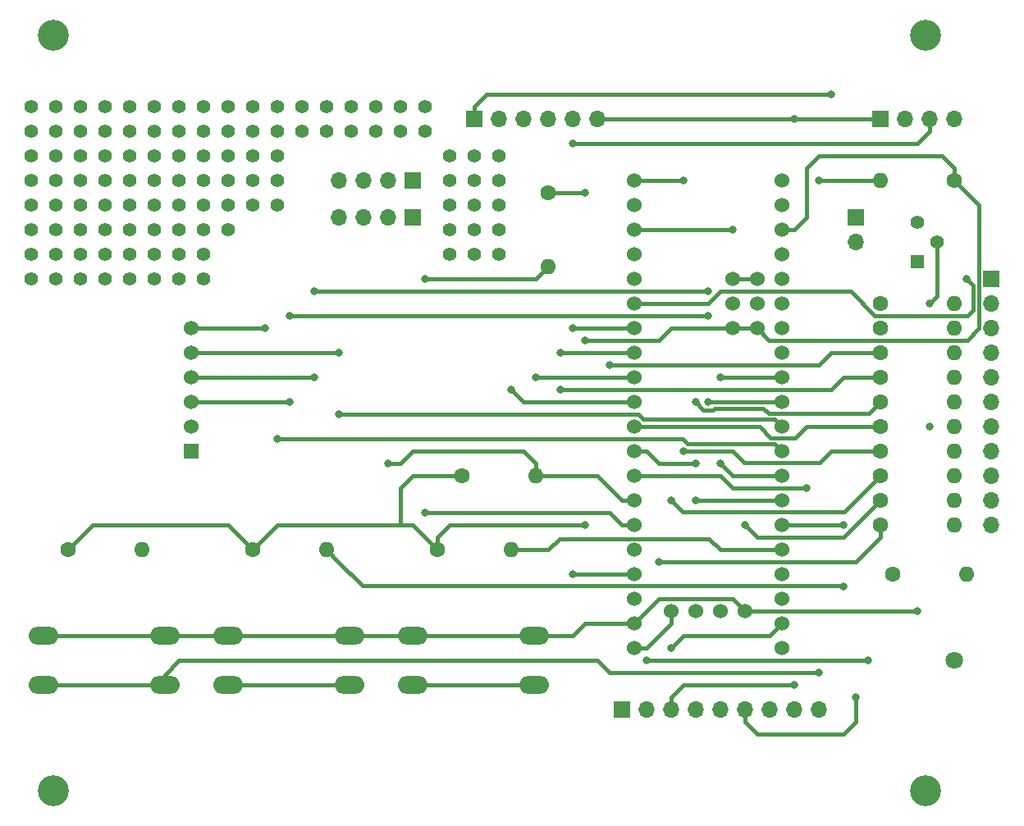
<source format=gbr>
%TF.GenerationSoftware,KiCad,Pcbnew,5.1.6-c6e7f7d~86~ubuntu16.04.1*%
%TF.CreationDate,2020-10-09T19:27:57+01:00*%
%TF.ProjectId,bluepill-pb1,626c7565-7069-46c6-9c2d-7062312e6b69,rev?*%
%TF.SameCoordinates,Original*%
%TF.FileFunction,Copper,L1,Top*%
%TF.FilePolarity,Positive*%
%FSLAX46Y46*%
G04 Gerber Fmt 4.6, Leading zero omitted, Abs format (unit mm)*
G04 Created by KiCad (PCBNEW 5.1.6-c6e7f7d~86~ubuntu16.04.1) date 2020-10-09 19:27:57*
%MOMM*%
%LPD*%
G01*
G04 APERTURE LIST*
%TA.AperFunction,ComponentPad*%
%ADD10O,1.700000X1.700000*%
%TD*%
%TA.AperFunction,ComponentPad*%
%ADD11R,1.700000X1.700000*%
%TD*%
%TA.AperFunction,ComponentPad*%
%ADD12O,1.600000X1.600000*%
%TD*%
%TA.AperFunction,ComponentPad*%
%ADD13C,1.600000*%
%TD*%
%TA.AperFunction,ComponentPad*%
%ADD14C,1.800000*%
%TD*%
%TA.AperFunction,ComponentPad*%
%ADD15C,1.524000*%
%TD*%
%TA.AperFunction,ComponentPad*%
%ADD16O,3.048000X1.850000*%
%TD*%
%TA.AperFunction,ComponentPad*%
%ADD17C,1.397000*%
%TD*%
%TA.AperFunction,ComponentPad*%
%ADD18R,1.397000X1.397000*%
%TD*%
%TA.AperFunction,ComponentPad*%
%ADD19R,1.524000X1.524000*%
%TD*%
%TA.AperFunction,ViaPad*%
%ADD20C,1.400000*%
%TD*%
%TA.AperFunction,ViaPad*%
%ADD21C,3.200000*%
%TD*%
%TA.AperFunction,ViaPad*%
%ADD22C,0.800000*%
%TD*%
%TA.AperFunction,Conductor*%
%ADD23C,0.400000*%
%TD*%
G04 APERTURE END LIST*
D10*
%TO.P,J6,6*%
%TO.N,GND*%
X137160000Y-59690000D03*
%TO.P,J6,5*%
%TO.N,Net-(J6-Pad5)*%
X134620000Y-59690000D03*
%TO.P,J6,4*%
%TO.N,Net-(J6-Pad4)*%
X132080000Y-59690000D03*
%TO.P,J6,3*%
%TO.N,Net-(J6-Pad3)*%
X129540000Y-59690000D03*
%TO.P,J6,2*%
%TO.N,Net-(J6-Pad2)*%
X127000000Y-59690000D03*
D11*
%TO.P,J6,1*%
%TO.N,Net-(J6-Pad1)*%
X124460000Y-59690000D03*
%TD*%
D10*
%TO.P,J7,2*%
%TO.N,Net-(J6-Pad1)*%
X163830000Y-72390000D03*
D11*
%TO.P,J7,1*%
%TO.N,Net-(J7-Pad1)*%
X163830000Y-69850000D03*
%TD*%
D12*
%TO.P,R17,2*%
%TO.N,Net-(J3-Pad2)*%
X130810000Y-96520000D03*
D13*
%TO.P,R17,1*%
%TO.N,+3V3*%
X123190000Y-96520000D03*
%TD*%
D14*
%TO.P,TP1,1*%
%TO.N,GND*%
X173990000Y-115570000D03*
%TD*%
D12*
%TO.P,R16,2*%
%TO.N,Net-(J3-Pad1)*%
X132080000Y-74930000D03*
D13*
%TO.P,R16,1*%
%TO.N,+3V3*%
X132080000Y-67310000D03*
%TD*%
D12*
%TO.P,R15,2*%
%TO.N,Net-(Q1-Pad2)*%
X175260000Y-106680000D03*
D13*
%TO.P,R15,1*%
%TO.N,Net-(R15-Pad1)*%
X167640000Y-106680000D03*
%TD*%
D15*
%TO.P,U1,5V*%
%TO.N,Net-(J6-Pad1)*%
X140970000Y-109220000D03*
%TO.P,U1,3V3*%
%TO.N,+3V3*%
X151130000Y-81280000D03*
%TO.P,U1,PB2*%
%TO.N,N/C*%
X151130000Y-78740000D03*
%TO.P,U1,G*%
%TO.N,GND*%
X151130000Y-76200000D03*
%TO.P,U1,3V3*%
%TO.N,+3V3*%
X153670000Y-81280000D03*
%TO.P,U1,BOOT*%
%TO.N,N/C*%
X153670000Y-78740000D03*
%TO.P,U1,G*%
%TO.N,GND*%
X153670000Y-76200000D03*
X152400000Y-110490000D03*
%TO.P,U1,PA14*%
%TO.N,N/C*%
X149860000Y-110490000D03*
%TO.P,U1,PA13*%
X147320000Y-110490000D03*
%TO.P,U1,3V3*%
%TO.N,+3V3*%
X144780000Y-110490000D03*
%TO.P,U1,G*%
%TO.N,GND*%
X156210000Y-66040000D03*
X156210000Y-68580000D03*
%TO.P,U1,3V3*%
%TO.N,+3V3*%
X156210000Y-71120000D03*
%TO.P,U1,NRST*%
%TO.N,N/C*%
X156210000Y-73660000D03*
%TO.P,U1,PB11*%
%TO.N,Net-(Q1-Pad1)*%
X156210000Y-76200000D03*
%TO.P,U1,PB10*%
%TO.N,N/C*%
X156210000Y-78740000D03*
%TO.P,U1,PB1*%
%TO.N,Net-(J5-Pad7)*%
X156210000Y-81280000D03*
%TO.P,U1,PB0*%
%TO.N,Net-(J5-Pad6)*%
X156210000Y-83820000D03*
%TO.P,U1,PA7*%
%TO.N,Net-(A1-Pad4)*%
X156210000Y-86360000D03*
%TO.P,U1,PA6*%
%TO.N,Net-(A1-Pad3)*%
X156210000Y-88900000D03*
%TO.P,U1,PA5*%
%TO.N,Net-(A1-Pad5)*%
X156210000Y-91440000D03*
%TO.P,U1,PA4*%
%TO.N,Net-(A1-Pad6)*%
X156210000Y-93980000D03*
%TO.P,U1,PA3*%
%TO.N,Net-(J5-Pad5)*%
X156210000Y-96520000D03*
%TO.P,U1,PA2*%
%TO.N,Net-(J5-Pad4)*%
X156210000Y-99060000D03*
%TO.P,U1,PA1*%
%TO.N,Net-(R2-Pad2)*%
X156210000Y-101600000D03*
%TO.P,U1,PA0*%
%TO.N,Net-(R3-Pad2)*%
X156210000Y-104140000D03*
%TO.P,U1,PC15*%
%TO.N,Net-(R1-Pad2)*%
X156210000Y-106680000D03*
%TO.P,U1,PC14*%
%TO.N,Net-(J5-Pad3)*%
X156210000Y-109220000D03*
%TO.P,U1,PC13*%
%TO.N,Net-(J5-Pad2)*%
X156210000Y-111760000D03*
%TO.P,U1,VBAT*%
%TO.N,N/C*%
X156210000Y-114300000D03*
%TO.P,U1,3V3*%
%TO.N,+3V3*%
X140970000Y-114300000D03*
%TO.P,U1,G*%
%TO.N,GND*%
X140970000Y-111760000D03*
%TO.P,U1,PB9*%
%TO.N,Net-(R7-Pad1)*%
X140970000Y-106680000D03*
%TO.P,U1,PB8*%
%TO.N,Net-(R6-Pad1)*%
X140970000Y-104140000D03*
%TO.P,U1,PB7*%
%TO.N,Net-(J3-Pad1)*%
X140970000Y-101600000D03*
%TO.P,U1,PB6*%
%TO.N,Net-(J3-Pad2)*%
X140970000Y-99060000D03*
%TO.P,U1,PB5*%
%TO.N,Net-(J5-Pad8)*%
X140970000Y-96520000D03*
%TO.P,U1,PB4*%
%TO.N,Net-(R8-Pad1)*%
X140970000Y-93980000D03*
%TO.P,U1,PB3*%
%TO.N,Net-(R15-Pad1)*%
X140970000Y-91440000D03*
%TO.P,U1,PA15*%
%TO.N,Net-(J6-Pad2)*%
X140970000Y-88900000D03*
%TO.P,U1,PA12*%
%TO.N,Net-(J6-Pad3)*%
X140970000Y-86360000D03*
%TO.P,U1,PA11*%
%TO.N,Net-(J6-Pad4)*%
X140970000Y-83820000D03*
%TO.P,U1,PA10*%
%TO.N,Net-(J2-Pad3)*%
X140970000Y-81280000D03*
%TO.P,U1,PA9*%
%TO.N,Net-(J2-Pad2)*%
X140970000Y-78740000D03*
%TO.P,U1,PA8*%
%TO.N,Net-(J6-Pad5)*%
X140970000Y-76200000D03*
%TO.P,U1,PB15*%
%TO.N,Net-(R13-Pad1)*%
X140970000Y-73660000D03*
%TO.P,U1,PB14*%
%TO.N,Net-(R12-Pad1)*%
X140970000Y-71120000D03*
%TO.P,U1,PB13*%
%TO.N,Net-(R11-Pad1)*%
X140970000Y-68580000D03*
%TO.P,U1,PB12*%
%TO.N,Net-(R10-Pad1)*%
X140970000Y-66040000D03*
%TD*%
D16*
%TO.P,SW2,2*%
%TO.N,Net-(R2-Pad2)*%
X99060000Y-118030000D03*
%TO.P,SW2,1*%
%TO.N,GND*%
X99060000Y-113030000D03*
%TO.P,SW2,2*%
%TO.N,Net-(R2-Pad2)*%
X111560000Y-118030000D03*
%TO.P,SW2,1*%
%TO.N,GND*%
X111560000Y-113030000D03*
%TD*%
D10*
%TO.P,J5,9*%
%TO.N,GND*%
X160020000Y-120650000D03*
%TO.P,J5,8*%
%TO.N,Net-(J5-Pad8)*%
X157480000Y-120650000D03*
%TO.P,J5,7*%
%TO.N,Net-(J5-Pad7)*%
X154940000Y-120650000D03*
%TO.P,J5,6*%
%TO.N,Net-(J5-Pad6)*%
X152400000Y-120650000D03*
%TO.P,J5,5*%
%TO.N,Net-(J5-Pad5)*%
X149860000Y-120650000D03*
%TO.P,J5,4*%
%TO.N,Net-(J5-Pad4)*%
X147320000Y-120650000D03*
%TO.P,J5,3*%
%TO.N,Net-(J5-Pad3)*%
X144780000Y-120650000D03*
%TO.P,J5,2*%
%TO.N,Net-(J5-Pad2)*%
X142240000Y-120650000D03*
D11*
%TO.P,J5,1*%
%TO.N,+3V3*%
X139700000Y-120650000D03*
%TD*%
D12*
%TO.P,R14,2*%
%TO.N,Net-(Q1-Pad1)*%
X166370000Y-66040000D03*
D13*
%TO.P,R14,1*%
%TO.N,+3V3*%
X173990000Y-66040000D03*
%TD*%
D17*
%TO.P,Q1,1*%
%TO.N,Net-(Q1-Pad1)*%
X170180000Y-70358000D03*
%TO.P,Q1,2*%
%TO.N,Net-(Q1-Pad2)*%
X172212000Y-72390000D03*
D18*
%TO.P,Q1,3*%
%TO.N,GND*%
X170180000Y-74422000D03*
%TD*%
D10*
%TO.P,J4,4*%
%TO.N,+3V3*%
X110490000Y-66040000D03*
%TO.P,J4,3*%
%TO.N,GND*%
X113030000Y-66040000D03*
%TO.P,J4,2*%
%TO.N,Net-(J3-Pad2)*%
X115570000Y-66040000D03*
D11*
%TO.P,J4,1*%
%TO.N,Net-(J3-Pad1)*%
X118110000Y-66040000D03*
%TD*%
D10*
%TO.P,J2,4*%
%TO.N,+3V3*%
X173990000Y-59690000D03*
%TO.P,J2,3*%
%TO.N,Net-(J2-Pad3)*%
X171450000Y-59690000D03*
%TO.P,J2,2*%
%TO.N,Net-(J2-Pad2)*%
X168910000Y-59690000D03*
D11*
%TO.P,J2,1*%
%TO.N,GND*%
X166370000Y-59690000D03*
%TD*%
D10*
%TO.P,J1,11*%
%TO.N,Net-(J1-Pad11)*%
X177800000Y-101600000D03*
%TO.P,J1,10*%
%TO.N,Net-(J1-Pad10)*%
X177800000Y-99060000D03*
%TO.P,J1,9*%
%TO.N,Net-(J1-Pad9)*%
X177800000Y-96520000D03*
%TO.P,J1,8*%
%TO.N,Net-(J1-Pad8)*%
X177800000Y-93980000D03*
%TO.P,J1,7*%
%TO.N,Net-(J1-Pad7)*%
X177800000Y-91440000D03*
%TO.P,J1,6*%
%TO.N,Net-(J1-Pad6)*%
X177800000Y-88900000D03*
%TO.P,J1,5*%
%TO.N,Net-(J1-Pad5)*%
X177800000Y-86360000D03*
%TO.P,J1,4*%
%TO.N,Net-(J1-Pad4)*%
X177800000Y-83820000D03*
%TO.P,J1,3*%
%TO.N,Net-(J1-Pad3)*%
X177800000Y-81280000D03*
%TO.P,J1,2*%
%TO.N,Net-(J1-Pad2)*%
X177800000Y-78740000D03*
D11*
%TO.P,J1,1*%
%TO.N,N/C*%
X177800000Y-76200000D03*
%TD*%
D12*
%TO.P,R13,2*%
%TO.N,Net-(J1-Pad11)*%
X173990000Y-101600000D03*
D13*
%TO.P,R13,1*%
%TO.N,Net-(R13-Pad1)*%
X166370000Y-101600000D03*
%TD*%
D12*
%TO.P,R12,2*%
%TO.N,Net-(J1-Pad10)*%
X173990000Y-99060000D03*
D13*
%TO.P,R12,1*%
%TO.N,Net-(R12-Pad1)*%
X166370000Y-99060000D03*
%TD*%
D12*
%TO.P,R11,2*%
%TO.N,Net-(J1-Pad9)*%
X173990000Y-96520000D03*
D13*
%TO.P,R11,1*%
%TO.N,Net-(R11-Pad1)*%
X166370000Y-96520000D03*
%TD*%
D12*
%TO.P,R10,2*%
%TO.N,Net-(J1-Pad8)*%
X173990000Y-93980000D03*
D13*
%TO.P,R10,1*%
%TO.N,Net-(R10-Pad1)*%
X166370000Y-93980000D03*
%TD*%
D12*
%TO.P,R9,2*%
%TO.N,Net-(J1-Pad7)*%
X173990000Y-91440000D03*
D13*
%TO.P,R9,1*%
%TO.N,Net-(R15-Pad1)*%
X166370000Y-91440000D03*
%TD*%
D12*
%TO.P,R8,2*%
%TO.N,Net-(J1-Pad6)*%
X173990000Y-88900000D03*
D13*
%TO.P,R8,1*%
%TO.N,Net-(R8-Pad1)*%
X166370000Y-88900000D03*
%TD*%
D12*
%TO.P,R7,2*%
%TO.N,Net-(J1-Pad5)*%
X173990000Y-86360000D03*
D13*
%TO.P,R7,1*%
%TO.N,Net-(R7-Pad1)*%
X166370000Y-86360000D03*
%TD*%
D12*
%TO.P,R6,2*%
%TO.N,Net-(J1-Pad4)*%
X173990000Y-83820000D03*
D13*
%TO.P,R6,1*%
%TO.N,Net-(R6-Pad1)*%
X166370000Y-83820000D03*
%TD*%
D12*
%TO.P,R5,2*%
%TO.N,Net-(J1-Pad3)*%
X173990000Y-81280000D03*
D13*
%TO.P,R5,1*%
%TO.N,GND*%
X166370000Y-81280000D03*
%TD*%
D12*
%TO.P,R4,2*%
%TO.N,Net-(J1-Pad2)*%
X173990000Y-78740000D03*
D13*
%TO.P,R4,1*%
%TO.N,Net-(J7-Pad1)*%
X166370000Y-78740000D03*
%TD*%
D16*
%TO.P,SW3,2*%
%TO.N,Net-(R3-Pad2)*%
X118110000Y-118030000D03*
%TO.P,SW3,1*%
%TO.N,GND*%
X118110000Y-113030000D03*
%TO.P,SW3,2*%
%TO.N,Net-(R3-Pad2)*%
X130610000Y-118030000D03*
%TO.P,SW3,1*%
%TO.N,GND*%
X130610000Y-113030000D03*
%TD*%
%TO.P,SW1,2*%
%TO.N,Net-(R1-Pad2)*%
X80010000Y-118030000D03*
%TO.P,SW1,1*%
%TO.N,GND*%
X80010000Y-113030000D03*
%TO.P,SW1,2*%
%TO.N,Net-(R1-Pad2)*%
X92510000Y-118030000D03*
%TO.P,SW1,1*%
%TO.N,GND*%
X92510000Y-113030000D03*
%TD*%
D12*
%TO.P,R3,2*%
%TO.N,Net-(R3-Pad2)*%
X128270000Y-104140000D03*
D13*
%TO.P,R3,1*%
%TO.N,+3V3*%
X120650000Y-104140000D03*
%TD*%
D12*
%TO.P,R2,2*%
%TO.N,Net-(R2-Pad2)*%
X109220000Y-104140000D03*
D13*
%TO.P,R2,1*%
%TO.N,+3V3*%
X101600000Y-104140000D03*
%TD*%
D12*
%TO.P,R1,2*%
%TO.N,Net-(R1-Pad2)*%
X90170000Y-104140000D03*
D13*
%TO.P,R1,1*%
%TO.N,+3V3*%
X82550000Y-104140000D03*
%TD*%
D10*
%TO.P,J3,4*%
%TO.N,GND*%
X110490000Y-69850000D03*
%TO.P,J3,3*%
%TO.N,+3V3*%
X113030000Y-69850000D03*
%TO.P,J3,2*%
%TO.N,Net-(J3-Pad2)*%
X115570000Y-69850000D03*
D11*
%TO.P,J3,1*%
%TO.N,Net-(J3-Pad1)*%
X118110000Y-69850000D03*
%TD*%
D15*
%TO.P,A1,6*%
%TO.N,Net-(A1-Pad6)*%
X95250000Y-81280000D03*
%TO.P,A1,5*%
%TO.N,Net-(A1-Pad5)*%
X95250000Y-83820000D03*
%TO.P,A1,4*%
%TO.N,Net-(A1-Pad4)*%
X95250000Y-86360000D03*
%TO.P,A1,3*%
%TO.N,Net-(A1-Pad3)*%
X95250000Y-88900000D03*
%TO.P,A1,2*%
%TO.N,+3V3*%
X95250000Y-91440000D03*
D19*
%TO.P,A1,1*%
%TO.N,GND*%
X95250000Y-93980000D03*
%TD*%
D20*
%TO.N,*%
X78740000Y-58420000D03*
X78740000Y-60960000D03*
X78740000Y-63500000D03*
X78740000Y-66040000D03*
X78740000Y-68580000D03*
X78740000Y-71120000D03*
X78740000Y-73660000D03*
X78740000Y-76200000D03*
X81280000Y-76200000D03*
X81280000Y-73660000D03*
X81280000Y-71120000D03*
X81280000Y-68580000D03*
X81280000Y-66040000D03*
X81280000Y-63500000D03*
X81280000Y-60960000D03*
X81280000Y-58420000D03*
X83820000Y-58420000D03*
X83820000Y-60960000D03*
X83820000Y-63500000D03*
X83820000Y-66040000D03*
X83820000Y-68580000D03*
X83820000Y-71120000D03*
X83820000Y-73660000D03*
X83820000Y-76200000D03*
X86360000Y-76200000D03*
X86360000Y-73660000D03*
X86360000Y-71120000D03*
X86360000Y-68580000D03*
X86360000Y-66040000D03*
X86360000Y-63500000D03*
X86360000Y-60960000D03*
X86360000Y-58420000D03*
X88900000Y-58420000D03*
X88900000Y-60960000D03*
X88900000Y-63500000D03*
X88900000Y-66040000D03*
X88900000Y-68580000D03*
X88900000Y-71120000D03*
X88900000Y-73660000D03*
X88900000Y-76200000D03*
X91440000Y-76200000D03*
X91440000Y-73660000D03*
X91440000Y-71120000D03*
X91440000Y-68580000D03*
X91440000Y-66040000D03*
X91440000Y-63500000D03*
X91440000Y-60960000D03*
X91440000Y-58420000D03*
X93980000Y-58420000D03*
X93980000Y-60960000D03*
X93980000Y-63500000D03*
X93980000Y-66040000D03*
X93980000Y-68580000D03*
X93980000Y-71120000D03*
X93980000Y-73660000D03*
X93980000Y-76200000D03*
X96520000Y-76200000D03*
X96520000Y-73660000D03*
X96520000Y-71120000D03*
X96520000Y-68580000D03*
X96520000Y-66040000D03*
X96520000Y-63500000D03*
X96520000Y-60960000D03*
X96520000Y-58420000D03*
X99060000Y-58420000D03*
X99060000Y-60960000D03*
X99060000Y-63500000D03*
X99060000Y-66040000D03*
X99060000Y-68580000D03*
X99060000Y-71120000D03*
X101600000Y-58420000D03*
X101600000Y-60960000D03*
X104140000Y-60960000D03*
X104140000Y-58420000D03*
X106680000Y-58420000D03*
X106680000Y-60960000D03*
X109220000Y-60960000D03*
X109220000Y-58420000D03*
X111760000Y-58420000D03*
X111760000Y-60960000D03*
X114300000Y-60960000D03*
X114300000Y-58420000D03*
X116840000Y-58420000D03*
X116840000Y-60960000D03*
X119380000Y-60960000D03*
X119380000Y-58420000D03*
X101600000Y-63500000D03*
X101600000Y-66040000D03*
X101600000Y-68580000D03*
X104140000Y-68580000D03*
X104140000Y-66040000D03*
X104140000Y-63500000D03*
X124460000Y-63500000D03*
X127000000Y-63500000D03*
X121920000Y-63500000D03*
X121920000Y-66040000D03*
X124460000Y-66040000D03*
X127000000Y-66040000D03*
X121920000Y-68580000D03*
X124460000Y-68580000D03*
X127000000Y-68580000D03*
X127000000Y-71120000D03*
X121920000Y-71120000D03*
X124460000Y-71120000D03*
X121920000Y-73660000D03*
X124460000Y-73660000D03*
X127000000Y-73660000D03*
D21*
X81000000Y-51000000D03*
X171000000Y-51000000D03*
X171000000Y-129000000D03*
X81000000Y-129000000D03*
D22*
%TO.N,Net-(A1-Pad6)*%
X104140000Y-92710000D03*
X102870000Y-81280000D03*
%TO.N,Net-(A1-Pad5)*%
X110490000Y-90170000D03*
X110490000Y-83820000D03*
%TO.N,Net-(A1-Pad4)*%
X149860000Y-86360000D03*
X148590000Y-77470000D03*
X107950000Y-77470000D03*
X107950000Y-86360000D03*
%TO.N,Net-(A1-Pad3)*%
X148590000Y-88900000D03*
X105410000Y-80010000D03*
X105410000Y-88900000D03*
X148590000Y-80010000D03*
%TO.N,Net-(J2-Pad3)*%
X134620000Y-62230000D03*
X134620000Y-81280000D03*
%TO.N,Net-(J2-Pad2)*%
X175260000Y-76200000D03*
%TO.N,+3V3*%
X135890000Y-101600000D03*
X135890000Y-82550000D03*
X135890000Y-67310000D03*
%TO.N,GND*%
X170180000Y-110490000D03*
X157480000Y-59690000D03*
%TO.N,Net-(R1-Pad2)*%
X160020000Y-116840000D03*
%TO.N,Net-(R2-Pad2)*%
X162560000Y-107950000D03*
X162560000Y-101600000D03*
%TO.N,Net-(J3-Pad2)*%
X115570000Y-95250000D03*
%TO.N,Net-(J3-Pad1)*%
X119380000Y-100330000D03*
X119380000Y-76200000D03*
%TO.N,Net-(R6-Pad1)*%
X138430000Y-85090000D03*
%TO.N,Net-(R7-Pad1)*%
X133350000Y-87630000D03*
X134620000Y-106680000D03*
%TO.N,Net-(R8-Pad1)*%
X147320000Y-88900000D03*
X147320000Y-95250000D03*
%TO.N,Net-(R10-Pad1)*%
X146050000Y-66040000D03*
X146050000Y-93980000D03*
%TO.N,Net-(R11-Pad1)*%
X144780000Y-99060000D03*
%TO.N,Net-(R12-Pad1)*%
X152400000Y-101600000D03*
X151130000Y-71120000D03*
%TO.N,Net-(R13-Pad1)*%
X143510000Y-105410000D03*
%TO.N,Net-(J5-Pad8)*%
X158750000Y-97790000D03*
%TO.N,Net-(J5-Pad6)*%
X163830000Y-119380000D03*
%TO.N,Net-(J5-Pad5)*%
X149860000Y-95250000D03*
%TO.N,Net-(J5-Pad4)*%
X147320000Y-99060000D03*
%TO.N,Net-(J5-Pad3)*%
X157480000Y-118110000D03*
%TO.N,Net-(J5-Pad2)*%
X144780000Y-114300000D03*
%TO.N,Net-(J6-Pad4)*%
X133350000Y-83820000D03*
%TO.N,Net-(J6-Pad3)*%
X130810000Y-86360000D03*
%TO.N,Net-(J6-Pad2)*%
X128270000Y-87630000D03*
%TO.N,Net-(J6-Pad1)*%
X165100000Y-115570000D03*
X142240000Y-115570000D03*
X161290000Y-57150000D03*
%TO.N,Net-(Q1-Pad1)*%
X160020000Y-66040000D03*
%TO.N,Net-(Q1-Pad2)*%
X171450000Y-78740000D03*
X171450000Y-91440000D03*
%TD*%
D23*
%TO.N,Net-(A1-Pad6)*%
X102870000Y-81280000D02*
X95250000Y-81280000D01*
X145964002Y-92710000D02*
X104140000Y-92710000D01*
X146472003Y-93218001D02*
X145964002Y-92710000D01*
X155448001Y-93218001D02*
X146472003Y-93218001D01*
X156210000Y-93980000D02*
X155448001Y-93218001D01*
%TO.N,Net-(A1-Pad5)*%
X156210000Y-91440000D02*
X155448001Y-90678001D01*
X155448001Y-90678001D02*
X141927763Y-90678001D01*
X141927763Y-90678001D02*
X141419762Y-90170000D01*
X141419762Y-90170000D02*
X110490000Y-90170000D01*
X110490000Y-83820000D02*
X95250000Y-83820000D01*
%TO.N,Net-(A1-Pad4)*%
X106680000Y-86360000D02*
X95250000Y-86360000D01*
X156210000Y-86360000D02*
X149860000Y-86360000D01*
X148590000Y-77470000D02*
X107950000Y-77470000D01*
X107950000Y-86360000D02*
X106680000Y-86360000D01*
%TO.N,Net-(A1-Pad3)*%
X156210000Y-88900000D02*
X148590000Y-88900000D01*
X147320000Y-80010000D02*
X105410000Y-80010000D01*
X105410000Y-88900000D02*
X95250000Y-88900000D01*
X147320000Y-80010000D02*
X148590000Y-80010000D01*
%TO.N,Net-(J2-Pad3)*%
X171450000Y-59690000D02*
X171450000Y-60960000D01*
X170180000Y-62230000D02*
X134620000Y-62230000D01*
X171450000Y-60960000D02*
X170180000Y-62230000D01*
X140970000Y-81280000D02*
X134620000Y-81280000D01*
%TO.N,Net-(J2-Pad2)*%
X140970000Y-78740000D02*
X148590000Y-78740000D01*
X175329999Y-79940001D02*
X175929990Y-79340010D01*
X148590000Y-78740000D02*
X149860000Y-77470000D01*
X163323998Y-77470000D02*
X165793999Y-79940001D01*
X165793999Y-79940001D02*
X175329999Y-79940001D01*
X149860000Y-77470000D02*
X163323998Y-77470000D01*
X175929990Y-79340010D02*
X175929990Y-76869990D01*
X175929990Y-76869990D02*
X175260000Y-76200000D01*
%TO.N,+3V3*%
X82550000Y-104140000D02*
X85090000Y-101600000D01*
X85090000Y-101600000D02*
X99060000Y-101600000D01*
X99060000Y-101600000D02*
X101600000Y-104140000D01*
X101600000Y-104140000D02*
X104140000Y-101600000D01*
X118110000Y-101600000D02*
X120650000Y-104140000D01*
X120650000Y-104140000D02*
X120650000Y-102870000D01*
X120650000Y-102870000D02*
X121920000Y-101600000D01*
X121920000Y-101600000D02*
X135890000Y-101600000D01*
X153670000Y-81280000D02*
X151130000Y-81280000D01*
X144780000Y-110490000D02*
X144780000Y-111760000D01*
X142240000Y-114300000D02*
X140970000Y-114300000D01*
X144780000Y-111760000D02*
X142240000Y-114300000D01*
X154870001Y-82480001D02*
X175329999Y-82480001D01*
X153670000Y-81280000D02*
X154870001Y-82480001D01*
X175329999Y-82480001D02*
X176530000Y-81280000D01*
X176530000Y-68580000D02*
X173990000Y-66040000D01*
X176530000Y-81280000D02*
X176530000Y-68580000D01*
X151130000Y-81280000D02*
X144780000Y-81280000D01*
X144780000Y-81280000D02*
X143510000Y-82550000D01*
X143510000Y-82550000D02*
X135890000Y-82550000D01*
X123190000Y-96520000D02*
X118110000Y-96520000D01*
X116840000Y-97790000D02*
X116840000Y-101600000D01*
X118110000Y-96520000D02*
X116840000Y-97790000D01*
X116840000Y-101600000D02*
X118110000Y-101600000D01*
X104140000Y-101600000D02*
X116840000Y-101600000D01*
X132080000Y-67310000D02*
X135890000Y-67310000D01*
X156210000Y-71120000D02*
X157480000Y-71120000D01*
X157480000Y-71120000D02*
X158750000Y-69850000D01*
X158750000Y-69850000D02*
X158750000Y-64770000D01*
X158750000Y-64770000D02*
X160020000Y-63500000D01*
X160020000Y-63500000D02*
X172720000Y-63500000D01*
X173990000Y-64770000D02*
X173990000Y-66040000D01*
X172720000Y-63500000D02*
X173990000Y-64770000D01*
%TO.N,GND*%
X157480000Y-59690000D02*
X166370000Y-59690000D01*
X80010000Y-113030000D02*
X92510000Y-113030000D01*
X92510000Y-113030000D02*
X99060000Y-113030000D01*
X99060000Y-113030000D02*
X111560000Y-113030000D01*
X111560000Y-113030000D02*
X118110000Y-113030000D01*
X118110000Y-113030000D02*
X130610000Y-113030000D01*
X130610000Y-113030000D02*
X134620000Y-113030000D01*
X135890000Y-111760000D02*
X140970000Y-111760000D01*
X134620000Y-113030000D02*
X135890000Y-111760000D01*
X153670000Y-76200000D02*
X151130000Y-76200000D01*
X170180000Y-110490000D02*
X152400000Y-110490000D01*
X152400000Y-110490000D02*
X151130000Y-109220000D01*
X151130000Y-109220000D02*
X143510000Y-109220000D01*
X143510000Y-109220000D02*
X140970000Y-111760000D01*
X139700000Y-59690000D02*
X137160000Y-59690000D01*
X157480000Y-59690000D02*
X139700000Y-59690000D01*
%TO.N,Net-(R1-Pad2)*%
X92510000Y-118030000D02*
X92790000Y-118030000D01*
X80010000Y-118030000D02*
X92510000Y-118030000D01*
X92510000Y-118030000D02*
X92510000Y-117040000D01*
X92510000Y-117040000D02*
X93980000Y-115570000D01*
X93980000Y-115570000D02*
X137160000Y-115570000D01*
X137160000Y-115570000D02*
X138430000Y-116840000D01*
X138430000Y-116840000D02*
X160020000Y-116840000D01*
%TO.N,Net-(R2-Pad2)*%
X99060000Y-118030000D02*
X111560000Y-118030000D01*
X109220000Y-104140000D02*
X110420001Y-105340001D01*
X162452001Y-107842001D02*
X162560000Y-107950000D01*
X112922001Y-107842001D02*
X162452001Y-107842001D01*
X110420001Y-105340001D02*
X112922001Y-107842001D01*
X162560000Y-101600000D02*
X156210000Y-101600000D01*
%TO.N,Net-(R3-Pad2)*%
X118110000Y-118030000D02*
X130610000Y-118030000D01*
X156210000Y-104140000D02*
X149860000Y-104140000D01*
X148697999Y-102977999D02*
X133242001Y-102977999D01*
X149860000Y-104140000D02*
X148697999Y-102977999D01*
X132080000Y-104140000D02*
X128270000Y-104140000D01*
X133242001Y-102977999D02*
X132080000Y-104140000D01*
%TO.N,Net-(J3-Pad2)*%
X140970000Y-99060000D02*
X139700000Y-99060000D01*
X137160000Y-96520000D02*
X130810000Y-96520000D01*
X139700000Y-99060000D02*
X137160000Y-96520000D01*
X115570000Y-95250000D02*
X116840000Y-95250000D01*
X116840000Y-95250000D02*
X118110000Y-93980000D01*
X118110000Y-93980000D02*
X129540000Y-93980000D01*
X130810000Y-95250000D02*
X130810000Y-96520000D01*
X129540000Y-93980000D02*
X130810000Y-95250000D01*
%TO.N,Net-(J3-Pad1)*%
X140970000Y-101600000D02*
X139700000Y-101600000D01*
X138430000Y-100330000D02*
X119380000Y-100330000D01*
X139700000Y-101600000D02*
X138430000Y-100330000D01*
X132080000Y-74930000D02*
X130810000Y-76200000D01*
X130810000Y-76200000D02*
X119380000Y-76200000D01*
%TO.N,Net-(R6-Pad1)*%
X166370000Y-83820000D02*
X161290000Y-83820000D01*
X160020000Y-85090000D02*
X138430000Y-85090000D01*
X161290000Y-83820000D02*
X160020000Y-85090000D01*
%TO.N,Net-(R7-Pad1)*%
X166370000Y-86360000D02*
X162560000Y-86360000D01*
X161290000Y-87630000D02*
X133350000Y-87630000D01*
X162560000Y-86360000D02*
X161290000Y-87630000D01*
X134620000Y-106680000D02*
X140970000Y-106680000D01*
%TO.N,Net-(R8-Pad1)*%
X154832001Y-90062001D02*
X154270010Y-89500010D01*
X165207999Y-90062001D02*
X154832001Y-90062001D01*
X166370000Y-88900000D02*
X165207999Y-90062001D01*
X154270010Y-89500010D02*
X149259990Y-89500010D01*
X148120001Y-89700001D02*
X147320000Y-88900000D01*
X149059999Y-89700001D02*
X148120001Y-89700001D01*
X149259990Y-89500010D02*
X149059999Y-89700001D01*
X147320000Y-95250000D02*
X143510000Y-95250000D01*
X142240000Y-93980000D02*
X140970000Y-93980000D01*
X143510000Y-95250000D02*
X142240000Y-93980000D01*
%TO.N,Net-(R10-Pad1)*%
X140970000Y-66040000D02*
X146050000Y-66040000D01*
X146050000Y-93980000D02*
X151130000Y-93980000D01*
X152292001Y-95142001D02*
X160127999Y-95142001D01*
X151130000Y-93980000D02*
X152292001Y-95142001D01*
X161290000Y-93980000D02*
X166370000Y-93980000D01*
X160127999Y-95142001D02*
X161290000Y-93980000D01*
%TO.N,Net-(R11-Pad1)*%
X145942001Y-100222001D02*
X144780000Y-99060000D01*
X162667999Y-100222001D02*
X145942001Y-100222001D01*
X166370000Y-96520000D02*
X162667999Y-100222001D01*
%TO.N,Net-(R12-Pad1)*%
X166370000Y-99060000D02*
X162560000Y-102870000D01*
X153670000Y-102870000D02*
X152400000Y-101600000D01*
X162560000Y-102870000D02*
X153670000Y-102870000D01*
X151130000Y-71120000D02*
X140970000Y-71120000D01*
%TO.N,Net-(R13-Pad1)*%
X166370000Y-101600000D02*
X166370000Y-102870000D01*
X163830000Y-105410000D02*
X143510000Y-105410000D01*
X166370000Y-102870000D02*
X163830000Y-105410000D01*
%TO.N,Net-(J5-Pad8)*%
X140970000Y-96520000D02*
X149860000Y-96520000D01*
X149860000Y-96520000D02*
X151130000Y-97790000D01*
X151130000Y-97790000D02*
X158750000Y-97790000D01*
%TO.N,Net-(J5-Pad6)*%
X163830000Y-119380000D02*
X163830000Y-121920000D01*
X163830000Y-121920000D02*
X162560000Y-123190000D01*
X162560000Y-123190000D02*
X153670000Y-123190000D01*
X152400000Y-121920000D02*
X152400000Y-120650000D01*
X153670000Y-123190000D02*
X152400000Y-121920000D01*
%TO.N,Net-(J5-Pad5)*%
X156210000Y-96520000D02*
X151130000Y-96520000D01*
X151130000Y-96520000D02*
X149860000Y-95250000D01*
%TO.N,Net-(J5-Pad4)*%
X156210000Y-99060000D02*
X147320000Y-99060000D01*
%TO.N,Net-(J5-Pad3)*%
X157480000Y-118110000D02*
X146050000Y-118110000D01*
X144780000Y-119380000D02*
X144780000Y-120650000D01*
X146050000Y-118110000D02*
X144780000Y-119380000D01*
%TO.N,Net-(J5-Pad2)*%
X144780000Y-114300000D02*
X146050000Y-113030000D01*
X154940000Y-113030000D02*
X156210000Y-111760000D01*
X146050000Y-113030000D02*
X154940000Y-113030000D01*
%TO.N,Net-(J6-Pad4)*%
X135975998Y-83820000D02*
X133350000Y-83820000D01*
X140970000Y-83820000D02*
X135975998Y-83820000D01*
%TO.N,Net-(J6-Pad3)*%
X134705998Y-86360000D02*
X130810000Y-86360000D01*
X140970000Y-86360000D02*
X134705998Y-86360000D01*
%TO.N,Net-(J6-Pad2)*%
X129540000Y-88900000D02*
X128270000Y-87630000D01*
X140970000Y-88900000D02*
X129540000Y-88900000D01*
%TO.N,Net-(J6-Pad1)*%
X165100000Y-115570000D02*
X142240000Y-115570000D01*
X161290000Y-57150000D02*
X125730000Y-57150000D01*
X124460000Y-58420000D02*
X124460000Y-59690000D01*
X125730000Y-57150000D02*
X124460000Y-58420000D01*
%TO.N,Net-(Q1-Pad1)*%
X166370000Y-66040000D02*
X160020000Y-66040000D01*
%TO.N,Net-(Q1-Pad2)*%
X172212000Y-77978000D02*
X171450000Y-78740000D01*
X172212000Y-72390000D02*
X172212000Y-77978000D01*
%TO.N,Net-(R15-Pad1)*%
X166370000Y-91440000D02*
X158750000Y-91440000D01*
X158750000Y-91440000D02*
X157587999Y-92602001D01*
X153885998Y-91440000D02*
X140970000Y-91440000D01*
X155047999Y-92602001D02*
X153885998Y-91440000D01*
X157587999Y-92602001D02*
X155047999Y-92602001D01*
%TD*%
M02*

</source>
